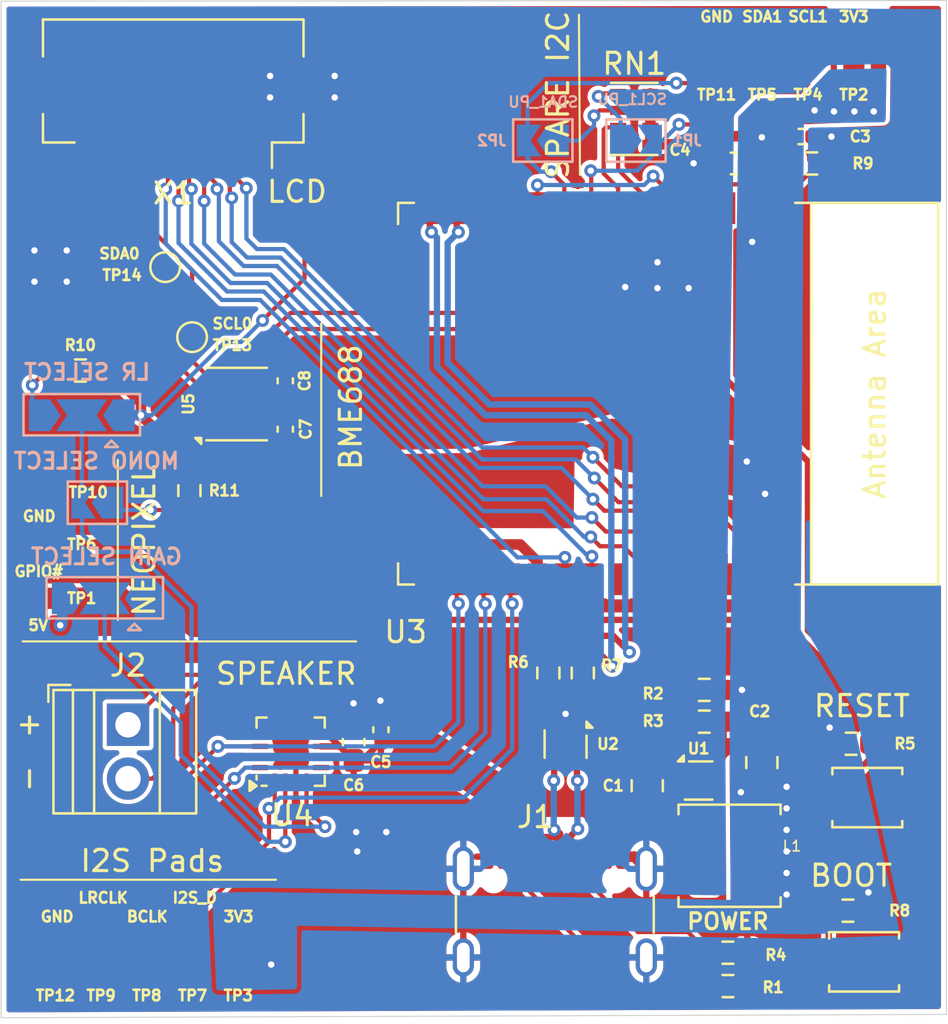
<source format=kicad_pcb>
(kicad_pcb (version 20240108) (generator "pcbnew") (generator_version "8.0")
  (layers (0 "F.Cu" signal) (31 "B.Cu" signal) (34 "B.Paste" user) (35 "F.Paste" user) (36 "B.SilkS" user "B.Silkscreen") (37 "F.SilkS" user "F.Silkscreen") (38 "B.Mask" user) (39 "F.Mask" user) (44 "Edge.Cuts" user))
  (net 0 "")
  (net 1 "VBUS")
  (net 3 "GND")
  (net 4 "Net-(U1-FB)")
  (net 5 "Net-(U1-SW)")
  (net 6 "/USB_D-")
  (net 7 "/D+")
  (net 8 "/USB_D+")
  (net 9 "/D-")
  (net 10 "/MCU_USB_D+")
  (net 11 "/MCU_BOOT")
  (net 12 "+3.3V")
  (net 13 "/MCU_EN")
  (net 14 "/MCU_USB_D-")
  (net 15 "/MAX98357A_I2S/Speaker_P")
  (net 20 "/MAX98357A_I2S/Speaker_N")
  (net 22 "Net-(J1-CC2)")
  (net 24 "Net-(J1-CC1)")
  (net 25 "Net-(U3-GPIO8)")
  (net 26 "GPIO_NP")
  (net 27 "MCU_SCL1")
  (net 28 "MCU_SDA1")
  (net 29 "MCU_SCL0")
  (net 30 "MCU_SDA0")
  (net 31 "MCU_I2S_D")
  (net 32 "MCU_BCLK")
  (net 33 "MCU_LRCLK")
  (net 34 "Net-(JP5-A)")
  (net 35 "Net-(JP1-A)")
  (net 36 "Net-(JP2-A)")
  (net 37 "Net-(JP3-C)")
  (net 38 "Net-(JP3-B)")
  (net 39 "Net-(JP4-C)")
  (net 40 "MCU_DISP_SEL")
  (net 41 "MCU_TD")
  (net 42 "MCU_SCLK")
  (net 43 "MCU_D{slash}C")
  (net 44 "MCU_SD_SEL")
  (net 45 "MCU_DRST")
  (net 46 "MCU_BACKLIGHT")
  (net 47 "MCU_MOSI")
  (net 48 "MCU_MISO")
  (net 49 "/2.8\" TFT display through EYESPI/GPIO2")
  (net 50 "/2.8\" TFT display through EYESPI/MEM_CS")
  (net 51 "/2.8\" TFT display through EYESPI/BUSY")
  (net 52 "/2.8\" TFT display through EYESPI/TSCS")
  (net 53 "/2.8\" TFT display through EYESPI/GPIO1")
  (footprint "Connector_USB:USB_C_Receptacle_GCT_USB4105-xx-A_16P_TopMnt_Horizontal" (layer "F.Cu") (at 151.11008 113.9076)
    (property "Reference" "J1")
    (property "Value" "USB_C_Receptacle_USB2.0_16P" (hide yes))
  )
  (footprint "Capacitor_SMD:C_0402_1005Metric_Pad0.74x0.62mm_HandSolder" (layer "F.Cu") (at 142.9 104.2406 90)
    (property "Reference" "C5")
    (property "Value" "100n" (hide yes))
  )
  (footprint "Connector_Wire:SolderWirePad_1x01_SMD_1x2mm" (layer "F.Cu") (at 131.851 114.8728)
    (property "Reference" "TP8")
    (property "Value" "BCLK" (hide yes))
  )
  (footprint "Capacitor_SMD:C_0402_1005Metric_Pad0.74x0.62mm_HandSolder" (layer "F.Cu") (at 138.3855 90.0686 90)
    (property "Reference" "C7")
    (property "Value" "0.1 µ" (hide yes))
  )
  (footprint "Resistor_SMD:R_0603_1608Metric_Pad0.98x0.95mm_HandSolder" (layer "F.Cu") (at 133.858 92.964 -90)
    (property "Reference" "R11")
    (property "Value" "634k" (hide yes))
  )
  (footprint "Connector_Wire:SolderWirePad_1x01_SMD_1x2mm" (layer "F.Cu") (at 160.909 72.39)
    (property "Reference" "TP5")
    (property "Value" "SDA1" (hide yes))
  )
  (footprint "Capacitor_SMD:C_0603_1608Metric_Pad1.08x0.95mm_HandSolder" (layer "F.Cu") (at 141.615 104.8248 90)
    (property "Reference" "C6")
    (property "Value" "10u" (hide yes))
  )
  (footprint "Resistor_SMD:R_0603_1608Metric_Pad0.98x0.95mm_HandSolder" (layer "F.Cu") (at 158.16568 102.3618 180)
    (property "Reference" "R2")
    (property "Value" "453k" (hide yes))
  )
  (footprint "Resistor_SMD:R_0603_1608Metric_Pad0.98x0.95mm_HandSolder" (layer "F.Cu") (at 159.282 116.332)
    (property "Reference" "R1")
    (property "Value" "5.1k" (hide yes))
  )
  (footprint "Resistor_SMD:R_0603_1608Metric_Pad0.98x0.95mm_HandSolder" (layer "F.Cu") (at 128.7142 87.2998)
    (property "Reference" "R10")
    (property "Value" "210.2k" (hide yes))
  )
  (footprint "Capacitor_SMD:C_0603_1608Metric_Pad1.08x0.95mm_HandSolder" (layer "F.Cu") (at 159.561 77.5348 180)
    (property "Reference" "C4")
    (property "Value" "22u" (hide yes))
  )
  (footprint "Capacitor_SMD:C_0805_2012Metric_Pad1.18x1.45mm_HandSolder" (layer "F.Cu") (at 160.88348 105.7908 90)
    (property "Reference" "C2")
    (property "Value" "22u" (hide yes))
  )
  (footprint "Package_LGA:Bosch_LGA-8_3x3mm_P0.8mm_ClockwisePinNumbering" (layer "F.Cu") (at 136.017 88.881 90)
    (property "Reference" "U5")
    (property "Value" "BME688" (hide yes))
  )
  (footprint "Connector_Wire:SolderWirePad_1x01_SMD_1x2mm" (layer "F.Cu") (at 134.01 114.8728)
    (property "Reference" "TP7")
    (property "Value" "I2S_D" (hide yes))
  )
  (footprint "Resistor_SMD:R_0603_1608Metric_Pad0.98x0.95mm_HandSolder" (layer "F.Cu") (at 158.16568 103.8604)
    (property "Reference" "R3")
    (property "Value" "100k" (hide yes))
  )
  (footprint "Connector_Wire:SolderWirePad_1x01_SMD_1x2mm" (layer "F.Cu") (at 126.746 95.504 90)
    (property "Reference" "TP6")
    (property "Value" "NP" (hide yes))
  )
  (footprint "Button_Switch_SMD:SW_SPST_B3U-1000P" (layer "F.Cu") (at 165.862 107.442 180)
    (property "Reference" "SW1" (hide yes))
    (property "Value" "RST" (hide yes))
  )
  (footprint "Resistor_SMD:R_0603_1608Metric_Pad0.98x0.95mm_HandSolder" (layer "F.Cu") (at 164.9495 112.776 180)
    (property "Reference" "R8")
    (property "Value" "10k" (hide yes))
  )
  (footprint "Connector_Wire:SolderWirePad_1x01_SMD_1x2mm" (layer "F.Cu") (at 129.692 114.8728)
    (property "Reference" "TP9")
    (property "Value" "LRCLK" (hide yes))
  )
  (footprint "Capacitor_SMD:C_0805_2012Metric_Pad1.18x1.45mm_HandSolder" (layer "F.Cu") (at 155.47328 106.883 -90)
    (property "Reference" "C1")
    (property "Value" "4.7u" (hide yes))
  )
  (footprint "PCM_Espressif:ESP32-C6-WROOM-1" (layer "F.Cu") (at 153.46 88.393 -90)
    (property "Reference" "U3")
    (property "Value" "ESP32-C6-WROOM-1" (hide yes))
  )
  (footprint "Resistor_SMD:R_Cat16-4" (layer "F.Cu") (at 154.86 75.4328)
    (property "Reference" "RN1")
    (property "Value" "10k" (hide yes))
  )
  (footprint "Capacitor_SMD:C_0402_1005Metric_Pad0.74x0.62mm_HandSolder" (layer "F.Cu") (at 138.3855 87.7826 90)
    (property "Reference" "C8")
    (property "Value" "0.1 µ" (hide yes))
  )
  (footprint "Package_TO_SOT_SMD:SOT-666" (layer "F.Cu") (at 151.61718 104.916 -90)
    (property "Reference" "U2")
    (property "Value" "USBLC6-2P6" (hide yes))
  )
  (footprint "TerminalBlock:TerminalBlock_Xinya_XY308-2.54-2P_1x02_P2.54mm_Horizontal" (layer "F.Cu") (at 130.96 104.008 -90)
    (property "Reference" "J2")
    (property "Value" "Screw_Terminal_01x02" (hide yes))
  )
  (footprint "Package_TO_SOT_SMD:SOT-563" (layer "F.Cu") (at 157.89968 106.637)
    (property "Reference" "U1")
    (property "Value" "TLV62569DRL" (hide yes))
  )
  (footprint "Button_Switch_SMD:SW_SPST_B3U-1000P" (layer "F.Cu") (at 165.7115 115.189 180)
    (property "Reference" "SW2" (hide yes))
    (property "Value" "BOOT" (hide yes))
  )
  (footprint "Resistor_SMD:R_0603_1608Metric_Pad0.98x0.95mm_HandSolder" (layer "F.Cu") (at 165.1 104.902)
    (property "Reference" "R5")
    (property "Value" "10k" (hide yes))
  )
  (footprint "Connector_Wire:SolderWirePad_1x01_SMD_1x2mm" (layer "F.Cu") (at 136.169 114.8728)
    (property "Reference" "TP3")
    (property "Value" "+3.3V" (hide yes))
  )
  (footprint "Package_DFN_QFN:TQFN-16-1EP_3x3mm_P0.5mm_EP1.23x1.23mm" (layer "F.Cu") (at 138.638 105.2768 90)
    (property "Reference" "U4")
    (property "Value" "MAX98357A" (hide yes))
  )
  (footprint "Connector_Wire:SolderWirePad_1x01_SMD_1x2mm" (layer "F.Cu") (at 127.533 114.8728)
    (property "Reference" "TP12")
    (property "Value" "GND" (hide yes))
  )
  (footprint "Resistor_SMD:R_0603_1608Metric_Pad0.98x0.95mm_HandSolder" (layer "F.Cu") (at 159.282 114.7572)
    (property "Reference" "R4")
    (property "Value" "5.1k" (hide yes))
  )
  (footprint "Resistor_SMD:R_0603_1608Metric_Pad0.98x0.95mm_HandSolder" (layer "F.Cu") (at 150.80528 101.5632 90)
    (property "Reference" "R6")
    (property "Value" "0R")
  )
  (footprint "Capacitor_SMD:C_0402_1005Metric_Pad0.74x0.62mm_HandSolder" (layer "F.Cu") (at 162.736 76.2648)
    (property "Reference" "C3")
    (property "Value" "100n" (hide yes))
  )
  (footprint "Connector_Wire:SolderWirePad_1x01_SMD_1x2mm" (layer "F.Cu") (at 158.75 72.39)
    (property "Reference" "TP11")
    (property "Value" "GND" (hide yes))
  )
  (footprint "Connector_FFC-FPC:Hirose_FH12-18S-0.5SH_1x18-1MP_P0.50mm_Horizontal" (layer "F.Cu") (at 133.096 75.245 180)
    (property "Reference" "X1")
    (property "Value" "EYE_SPI_DISPLAY_FLIP" (hide yes))
  )
  (footprint "Inductor_SMD:L_Coilcraft_XAL4020-XXX" (layer "F.Cu") (at 159.35948 110.185)
    (property "Reference" "L1")
    (property "Value" "1uH" (hide yes))
  )
  (footprint "TestPoint:TestPoint_Pad_D1.0mm" (layer "F.Cu") (at 132.715 82.423)
    (property "Reference" "TP14")
    (property "Value" "SDA0" (hide yes))
  )
  (footprint "Connector_Wire:SolderWirePad_1x01_SMD_1x2mm" (layer "F.Cu") (at 126.746 98.044 90)
    (property "Reference" "TP1")
    (property "Value" "+5V" (hide yes))
  )
  (footprint "Connector_Wire:SolderWirePad_1x01_SMD_1x2mm" (layer "F.Cu") (at 165.227 72.39)
    (property "Reference" "TP2")
    (property "Value" "+3.3V" (hide yes))
  )
  (footprint "Connector_Wire:SolderWirePad_1x01_SMD_1x2mm" (layer "F.Cu") (at 163.068 72.39)
    (property "Reference" "TP4")
    (property "Value" "SCL1" (hide yes))
  )
  (footprint "Resistor_SMD:R_0603_1608Metric_Pad0.98x0.95mm_HandSolder" (layer "F.Cu") (at 163.244 77.5348)
    (property "Reference" "R9")
    (property "Value" "10k" (hide yes))
  )
  (footprint "Resistor_SMD:R_0603_1608Metric_Pad0.98x0.95mm_HandSolder" (layer "F.Cu") (at 152.43088 101.5632 90)
    (property "Reference" "R7")
    (property "Value" "0R")
  )
  (footprint "TestPoint:TestPoint_Pad_D1.0mm" (layer "F.Cu") (at 133.985 85.725)
    (property "Reference" "TP13")
    (property "Value" "SCL0" (hide yes))
  )
  (footprint "Connector_Wire:SolderWirePad_1x01_SMD_1x2mm" (layer "F.Cu") (at 126.796 93.0428 90)
    (property "Reference" "TP10")
    (property "Value" "GND" (hide yes))
  )
  (footprint "Jumper:SolderJumper-2_P1.3mm_Open_TrianglePad1.0x1.5mm" (layer "B.Cu") (at 154.94 76.454)
    (property "Reference" "JP1")
    (property "Value" "PU" (hide yes))
  )
  (footprint "Jumper:SolderJumper-2_P1.3mm_Open_TrianglePad1.0x1.5mm" (layer "B.Cu") (at 150.544 76.454 180)
    (property "Reference" "JP2")
    (property "Value" "PU" (hide yes))
  )
  (footprint "Jumper:SolderJumper-3_P2.0mm_Open_TrianglePad1.0x1.5mm" (layer "B.Cu") (at 129.864 98.044 180)
    (property "Reference" "JP4" (hide yes))
    (property "Value" "GAIN_SEL" (hide yes))
  )
  (footprint "Jumper:SolderJumper-2_P1.3mm_Open_TrianglePad1.0x1.5mm" (layer "B.Cu") (at 129.515 93.5342 180)
    (property "Reference" "JP5" (hide yes))
    (property "Value" "MONO_SEL" (hide yes))
  )
  (footprint "Jumper:SolderJumper-3_P2.0mm_Open_TrianglePad1.0x1.5mm" (layer "B.Cu") (at 128.778 89.408 180)
    (property "Reference" "JP3" (hide yes))
    (property "Value" "LR_SEL" (hide yes))
  )
  (gr_line (start 125.984 100.076) (end 141.732 100.076) (stroke (width 0.1)) (layer "F.SilkS"))
  (gr_line (start 152.2485 70.5161) (end 152.2975 78.0739) (stroke (width 0.1)) (layer "F.SilkS"))
  (gr_line (start 140.081 85.09) (end 140.081 93.218) (stroke (width 0.1)) (layer "F.SilkS"))
  (gr_line (start 130.479 99.0626) (end 130.479 91.5061) (stroke (width 0.1)) (layer "F.SilkS"))
  (gr_line (start 125.882 111.3168) (end 137.947 111.3168) (stroke (width 0.1)) (layer "F.SilkS"))
  (gr_line (start 169.594156 69.85) (end 169.594 117.6668) (stroke (width 0.05)) (layer "Edge.Cuts"))
  (gr_line (start 169.594 117.6668) (end 124.968 117.8249) (stroke (width 0.05)) (layer "Edge.Cuts"))
  (gr_line (start 124.968 69.8811) (end 169.594156 69.85) (stroke (width 0.05)) (layer "Edge.Cuts"))
  (gr_line (start 124.968 117.8249) (end 124.968 69.8811) (stroke (width 0.05)) (layer "Edge.Cuts"))
  (gr_text "LR SELECT" (at 129.032 87.376 0) (layer "B.SilkS") (effects (font (size 0.75 0.75)) (justify mirror)))
  (gr_text "MONO SELECT" (at 129.47 91.567 0) (layer "B.SilkS") (effects (font (size 0.75 0.75)) (justify mirror)))
  (gr_text "GAIN SELECT" (at 129.946 96.0768 0) (layer "B.SilkS") (effects (font (size 0.75 0.75)) (justify mirror)))
  (gr_text "SDA1_PU" (at 152.273 74.93 0) (layer "B.SilkS") (effects (font (size 0.5 0.5) (thickness 0.1)) (justify left bottom mirror)))
  (gr_text "SCL1_PU" (at 156.464 74.803 0) (layer "B.SilkS") (effects (font (size 0.5 0.5) (thickness 0.1)) (justify left bottom mirror)))
  (gr_text "GND" (at 126.771 113.3488 0) (layer "F.SilkS") (effects (font (size 0.5 0.5) (thickness 0.125)) (justify left bottom)))
  (gr_text "I2S_D" (at 132.994 112.4598 0) (layer "F.SilkS") (effects (font (size 0.5 0.5) (thickness 0.125)) (justify left bottom)))
  (gr_text "SDA1" (at 160.909 70.612 0) (layer "F.SilkS") (effects (font (size 0.5 0.5) (thickness 0.125))))
  (gr_text "5V" (at 126.721 99.314 0) (layer "F.SilkS") (effects (font (size 0.5 0.5) (thickness 0.125))))
  (gr_text "SPARE I2C" (at 151.257 74.295 90) (layer "F.SilkS") (effects (font (size 1 1))))
  (gr_text "GPIO#" (at 126.746 96.774 0) (layer "F.SilkS") (effects (font (size 0.5 0.5) (thickness 0.125))))
  (gr_text "GND" (at 126.771 94.1718 0) (layer "F.SilkS") (effects (font (size 0.5 0.5) (thickness 0.125))))
  (gr_text "BME688\n" (at 141.478 89.027 90) (layer "F.SilkS") (effects (font (size 1 1))))
  (gr_text "SDA0" (at 130.556 81.788 0) (layer "F.SilkS") (effects (font (size 0.5 0.5) (thickness 0.125))))
  (gr_text "GND" (at 158.75 70.612 0) (layer "F.SilkS") (effects (font (size 0.5 0.5) (thickness 0.125))))
  (gr_text "POWER" (at 159.282 113.284 0) (layer "F.SilkS") (effects (font (size 0.75 0.75))))
  (gr_text "3V3\n" (at 165.227 70.612 0) (layer "F.SilkS") (effects (font (size 0.5 0.5) (thickness 0.125))))
  (gr_text "SPEAKER" (at 138.43 101.6 0) (layer "F.SilkS") (effects (font (size 1 1))))
  (gr_text "+" (at 126.238 104.013 90) (layer "F.SilkS") (effects (font (size 1 1))))
  (gr_text "BCLK\n" (at 130.835 113.3488 0) (layer "F.SilkS") (effects (font (size 0.5 0.5) (thickness 0.125)) (justify left bottom)))
  (gr_text "BOOT" (at 165.1005 111.125 0) (layer "F.SilkS") (effects (font (size 1 1))))
  (gr_text "-" (at 126.238 106.553 90) (layer "F.SilkS") (effects (font (size 1 1))))
  (gr_text "SCL1" (at 163.068 70.612 0) (layer "F.SilkS") (effects (font (size 0.5 0.5) (thickness 0.125))))
  (gr_text "SCL0" (at 135.89 85.09 0) (layer "F.SilkS") (effects (font (size 0.5 0.5) (thickness 0.125))))
  (gr_text "LCD" (at 138.938 78.867 0) (layer "F.SilkS") (effects (font (size 1 1))))
  (gr_text "3V3" (at 135.407 113.3488 0) (layer "F.SilkS") (effects (font (size 0.5 0.5) (thickness 0.125)) (justify left bottom)))
  (gr_text "RESET" (at 165.608 103.124 0) (layer "F.SilkS") (effects (font (size 1 1))))
  (gr_text "LRCLK" (at 128.549 112.4598 0) (layer "F.SilkS") (effects (font (size 0.5 0.5) (thickness 0.125)) (justify left bottom)))
  (gr_text "NEOPIXEL" (at 131.724 95.3148 90) (layer "F.SilkS") (effects (font (size 1 1))))
  (gr_text "I2S Pads\n" (at 132.105 110.4278 0) (layer "F.SilkS") (effects (font (size 1 1))))
  (segment (start 140.0755 104.5268) (end 140.4545 104.5268) (width 0.3) (layer "F.Cu") (net 1))
  (segment (start 157.7342 107.137) (end 157.14968 107.137) (width 0.2) (layer "F.Cu") (net 1))
  (segment (start 140.9545 105.0268) (end 141.615 105.6873) (width 0.3) (layer "F.Cu") (net 1))
  (segment (start 158.2342 106.637) (end 157.7342 107.137) (width 0.2) (layer "F.Cu") (net 1))
  (segment (start 126.746 99.06) (end 127 99.314) (width 0.5) (layer "F.Cu") (net 1))
  (segment (start 127 99.314) (end 127.762 99.314) (width 0.5) (layer "F.Cu") (net 1))
  (segment (start 141.615 105.6873) (end 142.0208 105.6873) (width 0.3) (layer "F.Cu") (net 1))
  (segment (start 140.0755 105.0268) (end 140.9545 105.0268) (width 0.3) (layer "F.Cu") (net 1))
  (segment (start 126.746 98.044) (end 126.746 99.06) (width 0.5) (layer "F.Cu") (net 1))
  (segment (start 140.4545 104.5268) (end 141.615 105.6873) (width 0.3) (layer "F.Cu") (net 1))
  (segment (start 142.0208 105.6873) (end 142.9 104.8081) (width 0.3) (layer "F.Cu") (net 1))
  (segment (start 158.64968 106.637) (end 158.2342 106.637) (width 0.2) (layer "F.Cu") (net 1))
  (via (at 127.762 99.314) (size 0.6096) (drill 0.3048) (layers "F.Cu" "B.Cu") (net 1))
  (segment (start 127.864 99.212) (end 127.762 99.314) (width 0.5) (layer "B.Cu") (net 1))
  (segment (start 127.864 98.044) (end 127.864 99.212) (width 0.5) (layer "B.Cu") (net 1))
  (segment (start 138.807 73.406) (end 139.246 73.845) (width 0.3) (layer "F.Cu") (net 3))
  (segment (start 138.669 74.422) (end 139.246 73.845) (width 0.3) (layer "F.Cu") (net 3))
  (segment (start 137.668 73.406) (end 138.807 73.406) (width 0.3) (layer "F.Cu") (net 3))
  (segment (start 163.3035 76.2648) (end 164.168364 76.2648) (width 0.3) (layer "F.Cu") (net 3))
  (segment (start 140.716 73.406) (end 139.685 73.406) (width 0.3) (layer "F.Cu") (net 3))
  (segment (start 141.615 103.9623) (end 141.615 103.007) (width 0.3) (layer "F.Cu") (net 3))
  (segment (start 139.823 74.422) (end 139.246 73.845) (width 0.3) (layer "F.Cu") (net 3))
  (segment (start 142.875 102.87) (end 142.875 103.6481) (width 0.3) (layer "F.Cu") (net 3))
  (segment (start 137.668 74.422) (end 138.669 74.422) (width 0.3) (layer "F.Cu") (net 3))
  (segment (start 138.1654 89.281) (end 138.3855 89.5011) (width 0.5) (layer "F.Cu") (net 3))
  (segment (start 137.2045 87.681) (end 137.9196 87.681) (width 0.2) (layer "F.Cu") (net 3))
  (segment (start 137.2045 89.281) (end 138.1654 89.281) (width 0.5) (layer "F.Cu") (net 3))
  (segment (start 154.31008 110.2276) (end 154.85508 110.2276) (width 0.5) (layer "F.Cu") (net 3))
  (segment (start 140.716 74.422) (end 139.823 74.422) (width 0.3) (layer "F.Cu") (net 3))
  (segment (start 154.85508 110.2276) (end 155.43008 110.8026) (width 0.5) (layer "F.Cu") (net 3))
  (segment (start 156.26478 106.637) (end 155.47328 105.8455) (width 0.2) (layer "F.Cu") (net 3))
  (segment (start 151.61718 103.4936) (end 151.61718 103.991) (width 0.2) (layer "F.Cu") (net 3))
  (segment (start 157.14968 106.637) (end 156.26478 106.637) (width 0.2) (layer "F.Cu") (net 3))
  (segment (start 142.875 103.6481) (end 142.9 103.6731) (width 0.3) (layer "F.Cu") (net 3))
  (segment (start 139.685 73.406) (end 139.246 73.845) (width 0.3) (layer "F.Cu") (net 3))
  (segment (start 158.6985 77.5348) (end 157.66795 77.5348) (width 0.3) (layer "F.Cu") (net 3))
  (segment (start 141.615 103.007) (end 141.605 102.997) (width 0.3) (layer "F.Cu") (net 3))
  (segment (start 164.168364 76.2648) (end 164.171 76.267436) (width 0.3) (layer "F.Cu") (net 3))
  (segment (start 157.66795 77.5348) (end 157.661 77.52785) (width 0.3) (layer "F.Cu") (net 3))
  (segment (start 137.9196 87.681) (end 138.3855 87.2151) (width 0.2) (layer "F.Cu") (net 3))
  (via (at 137.668 73.406) (size 0.6096) (drill 0.3048) (layers "F.Cu" "B.Cu") (net 3))
  (via (at 128.0668 81.6356) (size 0.6096) (drill 0.3048) (layers "F.Cu" "B.Cu") (net 3))
  (via (at 164.171 76.267436) (size 0.6096) (drill 0.3048) (layers "F.Cu" "B.Cu") (net 3))
  (via (at 140.716 74.422) (size 0.6096) (drill 0.3048) (layers "F.Cu" "B.Cu") (net 3))
  (via (at 126.5428 81.6356) (size 0.6096) (drill 0.3048) (layers "F.Cu" "B.Cu") (net 3))
  (via (at 155.956 82.1944) (size 0.6096) (drill 0.3048) (layers "F.Cu" "B.Cu") (net 3))
  (via (at 142.875 102.87) (size 0.6096) (drill 0.3048) (layers "F.Cu" "B.Cu") (net 3))
  (via (at 141.605 102.997) (size 0.6096) (drill 0.3048) (layers "F.Cu" "B.Cu") (net 3))
  (via (at 128.0668 83.1088) (size 0.6096) (drill 0.3048) (layers "F.Cu" "B.Cu") (net 3))
  (via (at 137.668 74.422) (size 0.6096) (drill 0.3048) (layers "F.Cu" "B.Cu") (net 3))
  (via (at 154.432 83.3628) (size 0.6096) (drill 0.3048) (layers "F.Cu" "B.Cu") (net 3))
  (via (at 143.1544 109.0676) (size 0.6096) (drill 0.3048) (layers "F.Cu" "B.Cu") (net 3))
  (via (at 141.732 109.0676) (size 0.6096) (drill 0.3048) (layers "F.Cu" "B.Cu") (net 3))
  (via (at 140.716 73.406) (size 0.6096) (drill 0.3048) (layers "F.Cu" "B.Cu") (net 3))
  (via (at 155.956 83.4136) (size 0.6096) (drill 0.3048) (layers "F.Cu" "B.Cu") (net 3))
  (via (at 151.61718 103.4936) (size 0.6096) (drill 0.3048) (layers "F.Cu" "B.Cu") (net 3))
  (via (at 157.4292 83.4136) (size 0.6096) (drill 0.3048) (layers "F.Cu" "B.Cu") (net 3))
  (via (at 157.661 77.52785) (size 0.6096) (drill 0.3048) (layers "F.Cu" "B.Cu") (net 3))
  (via (at 126.5428 83.1088) (size 0.6096) (drill 0.3048) (layers "F.Cu" "B.Cu") (net 3))
  (via (at 141.7828 109.982) (size 0.6096) (drill 0.3048) (layers "F.Cu" "B.Cu") (net 3))
  (segment (start 157.14968 106.137) (end 157.14968 103.9639) (width 0.2) (layer "F.Cu") (net 4))
  (segment (start 157.07538 102.3618) (end 157.07538 103.8604) (width 0.2) (layer "F.Cu") (net 4))
  (segment (start 157.14968 103.9639) (end 157.25318 103.8604) (width 0.2) (layer "F.Cu") (net 4))
  (segment (start 150.80528 102.4757) (end 150.80528 103.7916) (width 0.3) (layer "F.Cu") (net 6))
  (segment (start 150.80528 103.7916) (end 151.07968 104.066) (width 0.3) (layer "F.Cu") (net 6))
  (segment (start 151.6132 111.1526) (end 151.86008 110.90572) (width 0.3) (layer "F.Cu") (net 7))
  (segment (start 150.86008 110.90572) (end 151.10696 111.1526) (width 0.3) (layer "F.Cu") (net 7))
  (segment (start 151.10696 111.1526) (end 151.6132 111.1526) (width 0.3) (layer "F.Cu") (net 7))
  (segment (start 152.1968 108.9152) (end 151.86008 109.25192) (width 0.3) (layer "F.Cu") (net 7))
  (segment (start 152.15468 106.621) (end 152.17688 106.6432) (width 0.3) (layer "F.Cu") (net 7))
  (segment (start 151.86008 109.25192) (end 151.86008 110.2276) (width 0.3) (layer "F.Cu") (net 7))
  (segment (start 150.86008 110.2276) (end 150.86008 110.90572) (width 0.3) (layer "F.Cu") (net 7))
  (segment (start 152.15468 105.766) (end 152.15468 106.621) (width 0.3) (layer "F.Cu") (net 7))
  (segment (start 151.86008 110.90572) (end 151.86008 110.2276) (width 0.3) (layer "F.Cu") (net 7))
  (via (at 152.17688 106.6432) (size 0.6096) (drill 0.3048) (layers "F.Cu" "B.Cu") (net 7))
  (via (at 152.1968 108.9152) (size 0.6096) (drill 0.3048) (layers "F.Cu" "B.Cu") (net 7))
  (segment (start 152.17688 108.89528) (end 152.17688 106.6432) (width 0.3) (layer "B.Cu") (net 7))
  (segment (start 152.1968 108.9152) (end 152.17688 108.89528) (width 0.3) (layer "B.Cu") (net 7))
  (segment (start 152.43088 103.7898) (end 152.15468 104.066) (width 0.3) (layer "F.Cu") (net 8))
  (segment (start 152.43088 102.4757) (end 152.43088 103.7898) (width 0.3) (layer "F.Cu") (net 8))
  (segment (start 151.175446 108.966) (end 151.36008 109.150634) (width 0.3) (layer "F.Cu") (net 9))
  (segment (start 151.07968 105.766) (end 151.07968 106.6228) (width 0.3) (layer "F.Cu") (net 9))
  (segment (start 150.36008 109.54948) (end 150.60696 109.3026) (width 0.3) (layer "F.Cu") (net 9))
  (segment (start 151.36008 109.54948) (end 151.36008 110.2276) (width 0.3) (layer "F.Cu") (net 9))
  (segment (start 150.36008 110.2276) (end 150.36008 109.54948) (width 0.3) (layer "F.Cu") (net 9))
  (segment (start 151.1132 109.3026) (end 151.36008 109.54948) (width 0.3) (layer "F.Cu") (net 9))
  (segment (start 151.07968 106.6228) (end 151.05928 106.6432) (width 0.3) (layer "F.Cu") (net 9))
  (segment (start 151.36008 109.150634) (end 151.36008 110.2276) (width 0.3) (layer "F.Cu") (net 9))
  (segment (start 151.0792 108.966) (end 151.175446 108.966) (width 0.3) (layer "F.Cu") (net 9))
  (segment (start 150.60696 109.3026) (end 151.1132 109.3026) (width 0.3) (layer "F.Cu") (net 9))
  (via (at 151.0792 108.966) (size 0.6096) (drill 0.3048) (layers "F.Cu" "B.Cu") (net 9))
  (via (at 151.05928 106.6432) (size 0.6096) (drill 0.3048) (layers "F.Cu" "B.Cu") (net 9))
  (segment (start 151.05928 108.94608) (end 151.05928 106.6432) (width 0.3) (layer "B.Cu") (net 9))
  (segment (start 151.0792 108.966) (end 151.05928 108.94608) (width 0.3) (layer "B.Cu") (net 9))
  (segment (start 153.2287 100.6507) (end 152.43088 100.6507) (width 0.3) (layer "F.Cu") (net 10))
  (segment (start 145.21 80.694) (end 145.288 80.772) (width 0.3) (layer "F.Cu") (net 10))
  (segment (start 153.8224 101.2444) (end 153.2287 100.6507) (width 0.3) (layer "F.Cu") (net 10))
  (segment (start 145.21 79.643) (end 145.21 80.694) (width 0.3) (layer "F.Cu") (net 10))
  (via (at 153.8224 101.2444) (size 0.6096) (drill 0.3048) (layers "F.Cu" "B.Cu") (net 10))
  (via (at 145.288 80.772) (size 0.6096) (drill 0.3048) (layers "F.Cu" "B.Cu") (net 10))
  (segment (start 153.8224 101.2444) (end 153.7772 101.1992) (width 0.3) (layer "B.Cu") (net 10))
  (segment (start 153.7772 101.1992) (end 153.7772 90.603306) (width 0.3) (layer "B.Cu") (net 10))
  (segment (start 145.542 81.026) (end 145.288 80.772) (width 0.3) (layer "B.Cu") (net 10))
  (segment (start 145.542 87.122) (end 145.542 81.026) (width 0.3) (layer "B.Cu") (net 10))
  (segment (start 147.828 89.408) (end 145.542 87.122) (width 0.3) (layer "B.Cu") (net 10))
  (segment (start 153.7772 90.603306) (end 152.581894 89.408) (width 0.3) (layer "B.Cu") (net 10))
  (segment (start 152.581894 89.408) (end 147.828 89.408) (width 0.3) (layer "B.Cu") (net 10))
  (segment (start 164.037 112.776) (end 164.037 115.1635) (width 0.3) (layer "F.Cu") (net 11))
  (segment (start 146.077 99.06) (end 161.036 99.06) (width 0.3) (layer "F.Cu") (net 11))
  (segment (start 145.21 97.143) (end 145.21 98.193) (width 0.3) (layer "F.Cu") (net 11))
  (segment (start 164.037 115.1635) (end 164.0115 115.189) (width 0.3) (layer "F.Cu") (net 11))
  (segment (start 145.21 98.193) (end 146.077 99.06) (width 0.3) (layer "F.Cu") (net 11))
  (segment (start 163.068 101.092) (end 163.068 111.807) (width 0.3) (layer "F.Cu") (net 11))
  (segment (start 161.036 99.06) (end 163.068 101.092) (width 0.3) (layer "F.Cu") (net 11))
  (segment (start 163.068 111.807) (end 164.037 112.776) (width 0.3) (layer "F.Cu") (net 11))
  (segment (start 137.2045 90.081) (end 136.0045 90.081) (width 0.3) (layer "F.Cu") (net 12))
  (segment (start 129.6267 87.2998) (end 130.0523 87.2998) (width 0.5) (layer "F.Cu") (net 12))
  (segment (start 137.7188 115.316) (end 136.6122 115.316) (width 0.3) (layer "F.Cu") (net 12))
  (segment (start 164.084 104.14) (end 164.084 104.7985) (width 0.3) (layer "F.Cu") (net 12))
  (segment (start 134.8295 89.281) (end 136.266784 89.281) (width 0.3) (layer "F.Cu") (net 12))
  (segment (start 165.227 72.4662) (end 165.227 72.39) (width 0.5) (layer "F.Cu") (net 12))
  (segment (start 137.3354 88.3501) (end 137.2045 88.481) (width 0.3) (layer "F.Cu") (net 12))
  (segment (start 160.52398 107.1878) (end 160.88348 106.8283) (width 0.2) (layer "F.Cu") (net 12))
  (segment (start 160.8328 76.2508) (end 160.8836 76.3016) (width 0.5) (layer "F.Cu") (net 12))
  (segment (start 165.9128 111.9124) (end 165.9128 112.7252) (width 0.3) (layer "F.Cu") (net 12))
  (segment (start 160.4264 79.6666) (end 160.45 79.643) (width 0.5) (layer "F.Cu") (net 12))
  (segment (start 165.9128 112.7252) (end 165.862 112.776) (width 0.3) (layer "F.Cu") (net 12))
  (segment (start 135.2045 89.281) (end 134.8295 89.281) (width 0.3) (layer "F.Cu") (net 12))
  (segment (start 162.1685 76.2648) (end 160.9204 76.2648) (width 0.5) (layer "F.Cu") (net 12))
  (segment (start 157.1996 76.6328) (end 157.5816 76.2508) (width 0.5) (layer "F.Cu") (net 12))
  (segment (start 160.8836 77.0747) (end 160.4235 77.5348) (width 0.5) (layer "F.Cu") (net 12))
  (segment (start 137.066784 88.481) (end 137.2045 88.481) (width 0.3) (layer "F.Cu") (net 12))
  (segment (start 137.346 77.095) (end 137.346 77.595) (width 0.2) (layer "F.Cu") (net 12))
  (segment (start 136.266784 89.281) (end 137.066784 88.481) (width 0.3) (layer "F.Cu") (net 12))
  (segment (start 131.572 88.8195) (end 131.572 89.408) (width 0.5) (layer "F.Cu") (net 12))
  (segment (start 159.94368 102.3618) (end 159.07818 102.3618) (width 0.2) (layer "F.Cu") (net 12))
  (segment (start 164.084 104.7985) (end 164.1875 104.902) (width 0.3) (layer "F.Cu") (net 12))
  (segment (start 160.9204 76.2648) (end 160.8836 76.3016) (width 0.5) (layer "F.Cu") (net 12))
  (segment (start 136.0045 90.081) (end 135.2045 89.281) (width 0.3) (layer "F.Cu") (net 12))
  (segment (start 130.0523 87.2998) (end 131.572 88.8195) (width 0.5) (layer "F.Cu") (net 12))
  (segment (start 160.8836 76.3016) (end 160.8836 77.0747) (width 0.5) (layer "F.Cu") (net 12))
  (segment (start 155.62 76.6328) (end 157.1996 76.6328) (width 0.5) (layer "F.Cu") (net 12))
  (segment (start 136.6122 115.316) (end 136.169 114.8728) (width 0.3) (layer "F.Cu") (net 12))
  (segment (start 160.4264 81.2292) (end 160.4264 79.6666) (width 0.5) (layer "F.Cu") (net 12))
  (segment (start 137.2045 90.081) (end 137.8304 90.081) (width 0.3) (layer "F.Cu") (net 12))
  (segment (start 137.8304 90.081) (end 138.3855 90.6361) (width 0.3) (layer "F.Cu") (net 12))
  (segment (start 131.572 89.408) (end 133.858 91.694) (width 0.5) (layer "F.Cu") (net 12))
  (segment (start 159.89288 107.1878) (end 160.52398 107.1878) (width 0.2) (layer "F.Cu") (net 12))
  (segment (start 155.62 75.0328) (end 155.62 75.8328) (width 0.5) (layer "F.Cu") (net 12))
  (segment (start 160.4235 77.5348) (end 162.3315 77.5348) (width 0.5) (layer "F.Cu") (net 12))
  (segment (start 133.858 91.694) (end 133.858 92.0515) (width 0.5) (layer "F.Cu") (net 12))
  (segment (start 155.62 75.8328) (end 155.62 76.6328) (width 0.5) (layer "F.Cu") (net 12))
  (segment (start 139.2936 79.5426) (end 139.2936 82.9564) (width 0.2) (layer "F.Cu") (net 12))
  (segment (start 137.346 77.595) (end 139.2936 79.5426) (width 0.2) (layer "F.Cu") (net 12))
  (segment (start 138.3855 88.3501) (end 137.3354 88.3501) (width 0.3) (layer "F.Cu") (net 12))
  (segment (start 139.2936 82.9564) (end 137.3124 84.9376) (width 0.2) (layer "F.Cu") (net 12))
  (segment (start 157.5816 76.2508) (end 160.8328 76.2508) (width 0.5) (layer "F.Cu") (net 12))
  (segment (start 155.62 74.2328) (end 155.62 75.0328) (width 0.5) (layer "F.Cu") (net 12))
  (via (at 161.036 93.1164) (size 0.6096) (drill 0.3048) (layers "F.Cu" "B.Cu") (net 12))
  (via (at 166.1668 75.0824) (size 0.6096) (drill 0.3048) (layers "F.Cu" "B.Cu") (net 12))
  (via (at 165.2524 75.0824) (size 0.6096) (drill 0.3048) (layers "F.Cu" "B.Cu") (net 12))
  (via (at 162.052 109.982) (size 0.6096) (drill 0.3048) (layers "F.Cu" "B.Cu") (net 12))
  (via (at 162.052 110.998) (size 0.6096) (drill 0.3048) (layers "F.Cu" "B.Cu") (net 12))
  (via (at 162.052 107.95) (size 0.6096) (drill 0.3048) (layers "F.Cu" "B.Cu") (net 12))
  (via (at 164.084 104.14) (size 0.6096) (drill 0.3048) (layers "F.Cu" "B.Cu") (net 12))
  (via (at 162.052 112.014) (size 0.6096) (drill 0.3048) (layers "F.Cu" "B.Cu") (net 12))
  (via (at 131.572 89.408) (size 0.6096) (drill 0.3048) (layers "F.Cu" "B.Cu") (net 12))
  (via (at 160.1724 91.5924) (size 0.6096) (drill 0.3048) (layers "F.Cu" "B.Cu") (net 12))
  (via (at 162.052 106.934) (size 0.6096) (drill 0.3048) (layers "F.Cu" "B.Cu") (net 12))
  (via (at 163.3728 75.0316) (size 0.6096) (drill 0.3048) (layers "F.Cu" "B.Cu") (net 12))
  (via (at 159.94368 102.3618) (size 0.6096) (drill 0.3048) (layers "F.Cu" "B.Cu") (net 12))
  (via (at 160.8836 76.3016) (size 0.6096) (drill 0.3048) (layers "F.Cu" "B.Cu") (net 12))
  (via (at 159.89288 107.1878) (size 0.6096) (drill 0.3048) (layers "F.Cu" "B.Cu") (net 12))
  (via (at 162.052 108.966) (size 0.6096) (drill 0.3048) (layers "F.Cu" "B.Cu") (net 12))
  (via (at 160.4264 81.2292) (size 0.6096) (drill 0.3048) (layers "F.Cu" "B.Cu") (net 12))
  (via (at 137.7188 115.316) (size 0.6096) (drill 0.3048) (layers "F.Cu" "B.Cu") (net 12))
  (via (at 165.9128 111.9124) (size 0.6096) (drill 0.3048) (layers "F.Cu" "B.Cu") (net 12))
  (via (at 164.2872 75.0824) (size 0.6096) (drill 0.3048) (layers "F.Cu" "B.Cu") (net 12))
  (via (at 137.3124 84.9376) (size 0.6096) (drill 0.3048) (layers "F.Cu" "B.Cu") (net 12))
  (segment (start 137.3124 84.9376) (end 136.2964 85.9536) (width 0.2) (layer "B.Cu") (net 12))
  (segment (start 130.778 89.408) (end 131.572 89.408) (width 0.5) (layer "B.Cu") (net 12))
  (segment (start 132.08 89.408) (end 131.572 89.408) (width 0.2) (layer "B.Cu") (net 12))
  (segment (start 136.2964 85.9536) (end 135.5344 85.9536) (width 0.2) (layer "B.Cu") (net 12))
  (segment (start 135.5344 85.9536) (end 132.08 89.408) (width 0.2) (layer "B.Cu") (net 12))
  (segment (start 166.0125 102.5125) (end 166.0125 104.902) (width 0.3) (layer "F.Cu") (net 13))
  (segment (start 166.0125 105.5915) (end 164.162 107.442) (width 0.3) (layer "F.Cu") (net 13))
  (segment (start 166.0125 104.902) (end 166.0125 105.5915) (width 0.3) (layer "F.Cu") (net 13))
  (segment (start 163.06 91.588) (end 163.06 99.56) (width 0.3) (layer "F.Cu") (net 13))
  (segment (start 159.18 79.643) (end 159.18 87.708) (width 0.3) (layer "F.Cu") (net 13))
  (segment (start 163.06 99.56) (end 166.0125 102.5125) (width 0.3) (layer "F.Cu") (net 13))
  (segment (start 159.18 87.708) (end 163.06 91.588) (width 0.3) (layer "F.Cu") (net 13))
  (segment (start 154.6352 100.584) (end 153.8644 99.8132) (width 0.3) (layer "F.Cu") (net 14))
  (segment (start 151.64278 99.8132) (end 150.80528 100.6507) (width 0.3) (layer "F.Cu") (net 14))
  (segment (start 146.48 79.643) (end 146.48 80.694) (width 0.3) (layer "F.Cu") (net 14))
  (segment (start 146.48 80.694) (end 146.558 80.772) (width 0.3) (layer "F.Cu") (net 14))
  (segment (start 153.8644 99.8132) (end 151.64278 99.8132) (width 0.3) (layer "F.Cu") (net 14))
  (via (at 154.6352 100.584) (size 0.6096) (drill 0.3048) (layers "F.Cu" "B.Cu") (net 14))
  (via (at 146.558 80.772) (size 0.6096) (drill 0.3048) (layers "F.Cu" "B.Cu") (net 14))
  (segment (start 148.027106 88.9) (end 146.05 86.922894) (width 0.3) (layer "B.Cu") (net 14))
  (segment (start 152.781 88.9) (end 148.027106 88.9) (width 0.3) (layer "B.Cu") (net 14))
  (segment (start 146.05 86.922894) (end 146.05 81.28) (width 0.3) (layer "B.Cu") (net 14))
  (segment (start 154.432 90.551) (end 152.781 88.9) (width 0.3) (layer "B.Cu") (net 14))
  (segment (start 154.432 100.3808) (end 154.432 90.551) (width 0.3) (layer "B.Cu") (net 14))
  (segment (start 146.05 81.28) (end 146.558 80.772) (width 0.3) (layer "B.Cu") (net 14))
  (segment (start 154.6352 100.584) (end 154.432 100.3808) (width 0.3) (layer "B.Cu") (net 14))
  (segment (start 139.388 103.8393) (end 139.388 102.2024) (width 0.2) (layer "F.Cu") (net 15))
  (segment (start 139.388 102.2024) (end 138.8364 101.6508) (width 0.2) (layer "F.Cu") (net 15))
  (segment (start 133.3172 101.6508) (end 130.96 104.008) (width 0.2) (layer "F.Cu") (net 15))
  (segment (start 138.8364 101.6508) (end 133.3172 101.6508) (width 0.2) (layer "F.Cu") (net 15))
  (segment (start 138.888 103.8393) (end 138.888 102.877686) (width 0.2) (layer "F.Cu") (net 20))
  (segment (start 133.096 103.2256) (end 133.096 105.5624) (width 0.2) (layer "F.Cu") (net 20))
  (segment (start 133.096 105.5624) (end 132.1104 106.548) (width 0.2) (layer "F.Cu") (net 20))
  (segment (start 138.061114 102.0508) (end 134.2708 102.0508) (width 0.2) (layer "F.Cu") (net 20))
  (segment (start 134.2708 102.0508) (end 133.096 103.2256) (width 0.2) (layer "F.Cu") (net 20))
  (segment (start 138.888 102.877686) (end 138.061114 102.0508) (width 0.2) (layer "F.Cu") (net 20))
  (segment (start 132.1104 106.548) (end 130.96 106.548) (width 0.2) (layer "F.Cu") (net 20))
  (segment (start 152.86008 111.61048) (end 155.0322 113.7826) (width 0.2) (layer "F.Cu") (net 22))
  (segment (start 157.3949 113.7826) (end 158.3695 114.7572) (width 0.2) (layer "F.Cu") (net 22))
  (segment (start 152.86008 110.2276) (end 152.86008 111.61048) (width 0.2) (layer "F.Cu") (net 22))
  (segment (start 155.0322 113.7826) (end 157.3949 113.7826) (width 0.2) (layer "F.Cu") (net 22))
  (segment (start 154.3812 116.332) (end 158.3695 116.332) (width 0.2) (layer "F.Cu") (net 24))
  (segment (start 149.86008 111.81088) (end 154.3812 116.332) (width 0.2) (layer "F.Cu") (net 24))
  (segment (start 149.86008 110.2276) (end 149.86008 111.81088) (width 0.2) (layer "F.Cu") (net 24))
  (segment (start 155.7528 78.1304) (end 156.140398 78.517998) (width 0.2) (layer "F.Cu") (net 25))
  (segment (start 156.140398 78.517998) (end 162.602524 78.517998) (width 0.2) (layer "F.Cu") (net 25))
  (segment (start 163.585722 77.5348) (end 164.1565 77.5348) (width 0.2) (layer "F.Cu") (net 25))
  (segment (start 150.29 79.643) (end 150.29 78.5508) (width 0.2) (layer "F.Cu") (net 25))
  (segment (start 162.602524 78.517998) (end 163.585722 77.5348) (width 0.2) (layer "F.Cu") (net 25))
  (via (at 150.29 78.5508) (size 0.6096) (drill 0.3048) (layers "F.Cu" "B.Cu") (net 25))
  (via (at 155.7528 78.1304) (size 0.6096) (drill 0.3048) (layers "F.Cu" "B.Cu") (net 25))
  (segment (start 155.3324 78.5508) (end 150.29 78.5508) (width 0.2) (layer "B.Cu") (net 25))
  (segment (start 155.7528 78.1304) (end 155.3324 78.5508) (width 0.2) (layer "B.Cu") (net 25))
  (segment (start 149.481 95.504) (end 150.29 96.313) (width 0.5) (layer "F.Cu") (net 26))
  (segment (start 150.29 96.313) (end 150.29 97.143) (width 0.5) (layer "F.Cu") (net 26))
  (segment (start 126.746 95.504) (end 149.481 95.504) (width 0.5) (layer "F.Cu") (net 26))
  (segment (start 160.4264 74.168) (end 162.687 74.168) (width 0.2) (layer "F.Cu") (net 27))
  (segment (start 163.068 73.787) (end 163.068 72.39) (width 0.2) (layer "F.Cu") (net 27))
  (segment (start 158.9024 75.692) (end 160.4264 74.168) (width 0.2) (layer "F.Cu") (net 27))
  (segment (start 162.687 74.168) (end 163.068 73.787) (width 0.2) (layer "F.Cu") (net 27))
  (segment (start 152.83 77.9) (end 152.83 79.643) (width 0.2) (layer "F.Cu") (net 27))
  (segment (start 152.8064 77.8764) (end 152.83 77.9) (width 0.2) (layer "F.Cu") (net 27))
  (segment (start 152.83 79.643) (end 152.957 79.516) (width 0.2) (layer "F.Cu") (net 27))
  (segment (start 156.972 75.692) (end 158.9024 75.692) (width 0.2) (layer "F.Cu") (net 27))
  (via (at 152.8064 77.8764) (size 0.6096) (drill 0.3048) (layers "F.Cu" "B.Cu") (net 27))
  (via (at 156.972 75.692) (size 0.6096) (drill 0.3048) (layers "F.Cu" "B.Cu") (net 27))
  (segment (start 156.21 76.454) (end 156.972 75.692) (width 0.2) (layer "B.Cu") (net 27))
  (segment (start 155.665 77.209) (end 155.665 76.454) (width 0.2) (layer "B.Cu") (net 27))
  (segment (start 152.8064 77.8764) (end 154.9976 77.8764) (width 0.2) (layer "B.Cu") (net 27))
  (segment (start 154.9976 77.8764) (end 155.665 77.209) (width 0.2) (layer "B.Cu") (net 27))
  (segment (start 155.665 76.454) (end 156.21 76.454) (width 0.2) (layer "B.Cu") (net 27))
  (segment (start 160.909 73.533) (end 160.909 72.39) (width 0.2) (layer "F.Cu") (net 28))
  (segment (start 156.845 73.7438) (end 160.6982 73.7438) (width 0.2) (layer "F.Cu") (net 28))
  (segment (start 160.6982 73.7438) (end 160.909 73.533) (width 0.2) (layer "F.Cu") (net 28))
  (segment (start 151.56 79.643) (end 151.56 78.5508) (width 0.2) (layer "F.Cu") (net 28))
  (segment (start 151.56 78.5508) (end 150.9316 77.9224) (width 0.2) (layer "F.Cu") (net 28))
  (via (at 156.845 73.7438) (size 0.6096) (drill 0.3048) (layers "F.Cu" "B.Cu") (net 28))
  (via (at 150.9316 77.9224) (size 0.6096) (drill 0.3048) (layers "F.Cu" "B.Cu") (net 28))
  (segment (start 150.9316 77.9224) (end 150.4394 77.9224) (width 0.2) (layer "B.Cu") (net 28))
  (segment (start 156.845 73.7438) (end 150.7922 73.7438) (width 0.2) (layer "B.Cu") (net 28))
  (segment (start 150.7922 73.7438) (end 149.819 74.717) (width 0.2) (layer "B.Cu") (net 28))
  (segment (start 149.819 77.302) (end 149.819 76.454) (width 0.2) (layer "B.Cu") (net 28))
  (segment (start 149.819 74.717) (end 149.819 76.454) (width 0.2) (layer "B.Cu") (net 28))
  (segment (start 150.4394 77.9224) (end 149.819 77.302) (width 0.2) (layer "B.Cu") (net 28))
  (segment (start 153.416 75.9368) (end 153.416 78.009) (width 0.2) (layer "F.Cu") (net 29))
  (segment (start 138.6332 84.582) (end 150.368 84.582) (width 0.2) (layer "F.Cu") (net 29))
  (segment (start 133.985 82.561629) (end 133.985 85.725) (width 0.2) (layer "F.Cu") (net 29))
  (segment (start 135.5342 87.681) (end 138.6332 84.582) (width 0.2) (layer "F.Cu") (net 29))
  (segment (start 131.346 79.922629) (end 133.985 82.561629) (width 0.2) (layer "F.Cu") (net 29))
  (segment (start 154.1 75.8328) (end 153.52 75.8328) (width 0.2) (layer "F.Cu") (net 29))
  (segment (start 133.985 85.725) (end 133.985 86.8365) (width 0.2) (layer "F.Cu") (net 29))
  (segment (start 133.985 86.8365) (end 134.8295 87.681) (width 0.2) (layer "F.Cu") (net 29))
  (segment (start 150.368 84.582) (end 154.1 80.85) (width 0.2) (layer "F.Cu") (net 29))
  (segment (start 134.8295 87.681) (end 135.5342 87.681) (width 0.2) (layer "F.Cu") (net 29))
  (segment (start 154.1 80.85) (end 154.1 79.643) (width 0.2) (layer "F.Cu") (net 29))
  (segment (start 154.1 78.693) (end 154.1 79.643) (width 0.2) (layer "F.Cu") (net 29))
  (segment (start 153.416 78.009) (end 154.1 78.693) (width 0.2) (layer "F.Cu") (net 29))
  (segment (start 153.52 75.8328) (end 153.416 75.9368) (width 0.2) (layer "F.Cu") (net 29))
  (segment (start 131.346 77.095) (end 131.346 79.922629) (width 0.2) (layer "F.Cu") (net 29))
  (segment (start 154.1 77.8248) (end 155.37 79.0948) (width 0.2) (layer "F.Cu") (net 30))
  (segment (start 130.846 80.554) (end 132.715 82.423) (width 0.2) (layer "F.Cu") (net 30))
  (segment (start 135.537494 88.481) (end 138.674494 85.344) (width 0.2) (layer "F.Cu") (net 30))
  (segment (start 150.619 85.344) (end 155.37 80.593) (width 0.2) (layer "F.Cu") (net 30))
  (segment (start 132.715 86.433506) (end 134.762494 88.481) (width 0.2) (layer "F.Cu") (net 30))
  (segment (start 155.37 79.0948) (end 155.37 79.643) (width 0.2) (layer "F.Cu") (net 30))
  (segment (start 132.715 82.423) (end 132.715 86.433506) (width 0.2) (layer "F.Cu") (net 30))
  (segment (start 130.846 77.095) (end 130.846 80.554) (width 0.2) (layer "F.Cu") (net 30))
  (segment (start 138.674494 85.344) (end 150.619 85.344) (width 0.2) (layer "F.Cu") (net 30))
  (segment (start 154.1 76.6328) (end 154.1 77.8248) (width 0.2) (layer "F.Cu") (net 30))
  (segment (start 155.37 80.593) (end 155.37 79.643) (width 0.2) (layer "F.Cu") (net 30))
  (segment (start 134.762494 88.481) (end 134.8295 88.481) (width 0.2) (layer "F.Cu") (net 30))
  (segment (start 134.8295 88.481) (end 135.537494 88.481) (width 0.2) (layer "F.Cu") (net 30))
  (segment (start 137.888 106.7143) (end 137.888 107.6792) (width 0.2) (layer "F.Cu") (net 31))
  (segment (start 149.02 98.22) (end 149.098 98.298) (width 0.2) (layer "F.Cu") (net 31))
  (segment (start 137.888 107.6792) (end 137.6172 107.95) (width 0.2) (layer "F.Cu") (net 31))
  (segment (start 137.6172 107.95) (end 137.6172 109.5248) (width 0.2) (layer "F.Cu") (net 31))
  (segment (start 134.01 113.132) (end 134.01 114.8728) (width 0.2) (layer "F.Cu") (net 31))
  (segment (start 137.6172 109.5248) (end 134.01 113.132) (width 0.2) (layer "F.Cu") (net 31))
  (segment (start 149.02 97.143) (end 149.02 98.22) (width 0.2) (layer "F.Cu") (net 31))
  (via (at 137.6172 107.95) (size 0.6096) (drill 0.3048) (layers "F.Cu" "B.Cu") (net 31))
  (via (at 149.098 98.298) (size 0.6096) (drill 0.3048) (layers "F.Cu" "B.Cu") (net 31))
  (segment (start 146.812 107.442) (end 149.098 105.156) (width 0.2) (layer "B.Cu") (net 31))
  (segment (start 137.6172 107.95) (end 138.1252 107.442) (width 0.2) (layer "B.Cu") (net 31))
  (segment (start 138.1252 107.442) (end 146.812 107.442) (width 0.2) (layer "B.Cu") (net 31))
  (segment (start 149.098 105.156) (end 149.098 98.298) (width 0.2) (layer "B.Cu") (net 31))
  (segment (start 147.75 97.143) (end 147.75 98.22) (width 0.2) (layer "F.Cu") (net 32))
  (segment (start 135.984016 106.535184) (end 136.4924 106.0268) (width 0.2) (layer "F.Cu") (net 32))
  (segment (start 135.984016 106.535184) (end 131.851 110.6682) (width 0.2) (layer "F.Cu") (net 32))
  (segment (start 131.851 110.6682) (end 131.851 114.8728) (width 0.2) (layer "F.Cu") (net 32))
  (segment (start 147.75 98.22) (end 147.828 98.298) (width 0.2) (layer "F.Cu") (net 32))
  (segment (start 136.4924 106.0268) (end 137.2005 106.0268) (width 0.2) (layer "F.Cu") (net 32))
  (via (at 147.828 98.298) (size 0.6096) (drill 0.3048) (layers "F.Cu" "B.Cu") (net 32))
  (via (at 135.984016 106.535184) (size 0.6096) (drill 0.3048) (layers "F.Cu" "B.Cu") (net 32))
  (segment (start 136.4924 106.0268) (end 146.1952 106.0268) (width 0.2) (layer "B.Cu") (net 32))
  (segment (start 146.1952 106.0268) (end 147.828 104.394) (width 0.2) (layer "B.Cu") (net 32))
  (segment (start 147.828 104.394) (end 147.828 98.298) (width 0.2) (layer "B.Cu") (net 32))
  (segment (start 135.984016 106.535184) (end 136.4924 106.0268) (width 0.2) (layer "B.Cu") (net 32))
  (segment (start 146.48 98.22) (end 146.558 98.298) (width 0.2) (layer "F.Cu") (net 33))
  (segment (start 137.2005 105.0268) (end 135.2064 105.0268) (width 0.2) (layer "F.Cu") (net 33))
  (segment (start 135.2064 105.0268) (end 129.692 110.5412) (width 0.2) (layer "F.Cu") (net 33))
  (segment (start 129.692 110.5412) (end 129.692 114.8728) (width 0.2) (layer "F.Cu") (net 33))
  (segment (start 146.48 97.143) (end 146.48 98.22) (width 0.2) (layer "F.Cu") (net 33))
  (via (at 135.2064 105.0268) (size 0.6096) (drill 0.3048) (layers "F.Cu" "B.Cu") (net 33))
  (via (at 146.558 98.298) (size 0.6096) (drill 0.3048) (layers "F.Cu" "B.Cu") (net 33))
  (segment (start 146.558 103.886) (end 146.558 98.298) (width 0.2) (layer "B.Cu") (net 33))
  (segment (start 145.4172 105.0268) (end 146.558 103.886) (width 0.2) (layer "B.Cu") (net 33))
  (segment (start 135.2064 105.0268) (end 145.4172 105.0268) (width 0.2) (layer "B.Cu") (net 33))
  (segment (start 133.8561 93.8784) (end 133.858 93.8765) (width 0.2) (layer "F.Cu") (net 34))
  (segment (start 132.0292 93.8784) (end 133.8561 93.8784) (width 0.2) (layer "F.Cu") (net 34))
  (via (at 132.0292 93.8784) (size 0.6096) (drill 0.3048) (layers "F.Cu" "B.Cu") (net 34))
  (segment (start 130.5842 93.8784) (end 130.24 93.5342) (width 0.2) (layer "B.Cu") (net 34))
  (segment (start 132.0292 93.8784) (end 130.5842 93.8784) (width 0.2) (layer "B.Cu") (net 34))
  (segment (start 153.162 74.3712) (end 153.3004 74.2328) (width 0.2) (layer "F.Cu") (net 35))
  (segment (start 153.3004 74.2328) (end 154.1 74.2328) (width 0.2) (layer "F.Cu") (net 35))
  (via (at 153.162 74.3712) (size 0.6096) (drill 0.3048) (layers "F.Cu" "B.Cu") (net 35))
  (segment (start 153.162 74.3712) (end 154.215 75.4242) (width 0.2) (layer "B.Cu") (net 35))
  (segment (start 154.215 75.4242) (end 154.215 76.454) (width 0.2) (layer "B.Cu") (net 35))
  (segment (start 153.2116 75.0328) (end 154.1 75.0328) (width 0.2) (layer "F.Cu") (net 36))
  (segment (start 152.9588 75.2856) (end 153.2116 75.0328) (width 0.2) (layer "F.Cu") (net 36))
  (via (at 152.9588 75.2856) (size 0.6096) (drill 0.3048) (layers "F.Cu" "B.Cu") (net 36))
  (segment (start 152.2598 76.454) (end 151.269 76.454) (width 0.2) (layer "B.Cu") (net 36))
  (segment (start 152.9588 75.2856) (end 152.9588 75.755) (width 0.2) (layer "B.Cu") (net 36))
  (segment (start 152.9588 75.755) (end 152.2598 76.454) (width 0.2) (layer "B.Cu") (net 36))
  (segment (start 139.388 107.9428) (end 139.388 106.7143) (width 0.2) (layer "F.Cu") (net 37))
  (segment (start 140.2588 108.8136) (end 139.388 107.9428) (width 0.2) (layer "F.Cu") (net 37))
  (via (at 140.2588 108.8136) (size 0.6096) (drill 0.3048) (layers "F.Cu" "B.Cu") (net 37))
  (segment (start 133.9596 105.366086) (end 133.9596 98.458264) (width 0.2) (layer "B.Cu") (net 37))
  (segment (start 129.6416 95.8596) (end 128.79 95.008) (width 0.2) (layer "B.Cu") (net 37))
  (segment (start 128.778 93.5222) (end 128.79 93.5342) (width 0.2) (layer "B.Cu") (net 37))
  (segment (start 128.778 89.408) (end 128.778 93.5222) (width 0.2) (layer "B.Cu") (net 37))
  (segment (start 137.407114 108.8136) (end 133.9596 105.366086) (width 0.2) (layer "B.Cu") (net 37))
  (segment (start 128.79 95.008) (end 128.79 93.5342) (width 0.2) (layer "B.Cu") (net 37))
  (segment (start 140.2588 108.8136) (end 137.407114 108.8136) (width 0.2) (layer "B.Cu") (net 37))
  (segment (start 131.360936 95.8596) (end 129.6416 95.8596) (width 0.2) (layer "B.Cu") (net 37))
  (segment (start 133.9596 98.458264) (end 131.360936 95.8596) (width 0.2) (layer "B.Cu") (net 37))
  (segment (start 127.127 87.2998) (end 126.4412 87.9856) (width 0.2) (layer "F.Cu") (net 38))
  (segment (start 127.8017 87.2998) (end 127.127 87.2998) (width 0.2) (layer "F.Cu") (net 38))
  (via (at 126.4412 87.9856) (size 0.6096) (drill 0.3048) (layers "F.Cu" "B.Cu") (net 38))
  (segment (start 126.4412 87.9856) (end 126.4412 89.0712) (width 0.2) (layer "B.Cu") (net 38))
  (segment (start 126.4412 89.0712) (end 126.778 89.408) (width 0.2) (layer "B.Cu") (net 38))
  (segment (start 138.388 109.5248) (end 138.388 106.7143) (width 0.2) (layer "F.Cu") (net 39))
  (via (at 138.388 109.5248) (size 0.6096) (drill 0.3048) (layers "F.Cu" "B.Cu") (net 39))
  (segment (start 133.4516 105.423772) (end 137.552628 109.5248) (width 0.2) (layer "B.Cu") (net 39))
  (segment (start 137.552628 109.5248) (end 138.388 109.5248) (width 0.2) (layer "B.Cu") (net 39))
  (segment (start 129.864 100.312) (end 133.4516 103.8996) (width 0.2) (layer "B.Cu") (net 39))
  (segment (start 133.4516 103.8996) (end 133.4516 105.423772) (width 0.2) (layer "B.Cu") (net 39))
  (segment (start 129.864 98.044) (end 129.864 100.312) (width 0.2) (layer "B.Cu") (net 39))
  (segment (start 152.8572 96.0628) (end 152.8572 97.1158) (width 0.2) (layer "F.Cu") (net 40))
  (segment (start 152.8572 97.1158) (end 152.83 97.143) (width 0.2) (layer "F.Cu") (net 40))
  (segment (start 133.346 79.2988) (end 133.346 77.095) (width 0.2) (layer "F.Cu") (net 40))
  (via (at 133.346 79.2988) (size 0.6096) (drill 0.3048) (layers "F.Cu" "B.Cu") (net 40))
  (via (at 152.8572 96.0628) (size 0.6096) (drill 0.3048) (layers "F.Cu" "B.Cu") (net 40))
  (segment (start 137.368203 83.5724) (end 147.725003 93.9292) (width 0.2) (layer "B.Cu") (net 40))
  (segment (start 150.546422 93.9292) (end 152.680022 96.0628) (width 0.2) (layer "B.Cu") (net 40))
  (segment (start 147.725003 93.9292) (end 150.546422 93.9292) (width 0.2) (layer "B.Cu") (net 40))
  (segment (start 152.8064 96.012) (end 152.8572 96.0628) (width 0.2) (layer "B.Cu") (net 40))
  (segment (start 135.634117 83.5724) (end 137.368203 83.5724) (width 0.2) (layer "B.Cu") (net 40))
  (segment (start 133.346 81.284283) (end 135.634117 83.5724) (width 0.2) (layer "B.Cu") (net 40))
  (segment (start 133.346 79.2988) (end 133.346 81.284283) (width 0.2) (layer "B.Cu") (net 40))
  (segment (start 152.680022 96.0628) (end 152.8572 96.0628) (width 0.2) (layer "B.Cu") (net 40))
  (segment (start 130.346 76.145) (end 134.355 72.136) (width 0.2) (layer "F.Cu") (net 41))
  (segment (start 149.098 77.978) (end 149.098 79.565) (width 0.2) (layer "F.Cu") (net 41))
  (segment (start 134.355 72.136) (end 143.256 72.136) (width 0.2) (layer "F.Cu") (net 41))
  (segment (start 143.256 72.136) (end 149.098 77.978) (width 0.2) (layer "F.Cu") (net 41))
  (segment (start 149.098 79.565) (end 149.02 79.643) (width 0.3) (layer "F.Cu") (net 41))
  (segment (start 130.346 77.095) (end 130.346 76.145) (width 0.2) (layer "F.Cu") (net 41))
  (segment (start 154.2796 92.7608) (end 157.48 92.7608) (width 0.2) (layer "F.Cu") (net 42))
  (segment (start 152.908 91.3892) (end 154.2796 92.7608) (width 0.2) (layer "F.Cu") (net 42))
  (segment (start 160.45 95.7308) (end 160.45 97.143) (width 0.2) (layer "F.Cu") (net 42))
  (segment (start 135.846 77.996292) (end 135.846 77.095) (width 0.2) (layer "F.Cu") (net 42))
  (segment (start 157.48 92.7608) (end 160.45 95.7308) (width 0.2) (layer "F.Cu") (net 42))
  (segment (start 136.544654 78.694946) (end 135.846 77.996292) (width 0.2) (layer "F.Cu") (net 42))
  (via (at 136.544654 78.694946) (size 0.6096) (drill 0.3048) (layers "F.Cu" "B.Cu") (net 42))
  (via (at 152.908 91.3892) (size 0.6096) (drill 0.3048) (layers "F.Cu" "B.Cu") (net 42))
  (segment (start 137.046 81.5724) (end 138.322886 81.5724) (width 0.2) (layer "B.Cu") (net 42))
  (segment (start 138.322886 81.5724) (end 138.5572 81.806715) (width 0.2) (layer "B.Cu") (net 42))
  (segment (start 136.5504 78.700692) (end 136.5504 81.0768) (width 0.2) (layer "B.Cu") (net 42))
  (segment (start 136.544654 78.694946) (end 136.5504 78.700692) (width 0.2) (layer "B.Cu") (net 42))
  (segment (start 136.5504 81.0768) (end 137.046 81.5724) (width 0.2) (layer "B.Cu") (net 42))
  (segment (start 138.5572 81.806715) (end 147.682486 90.932) (width 0.2) (layer "B.Cu") (net 42))
  (segment (start 152.4508 90.932) (end 152.908 91.3892) (width 0.2) (layer "B.Cu") (net 42))
  (segment (start 147.682486 90.932) (end 152.4508 90.932) (width 0.2) (layer "B.Cu") (net 42))
  (segment (start 152.8572 94.234) (end 153.516322 94.893122) (width 0.2) (layer "F.Cu") (net 43))
  (segment (start 134.346 77.095) (end 134.346 78.279883) (width 0.2) (layer "F.Cu") (net 43))
  (segment (start 155.395922 94.893122) (end 156.64 96.1372) (width 0.2) (layer "F.Cu") (net 43))
  (segment (start 134.5556 78.489483) (end 134.5556 79.307986) (width 0.2) (layer "F.Cu") (net 43))
  (segment (start 156.64 96.1372) (end 156.64 97.143) (width 0.2) (layer "F.Cu") (net 43))
  (segment (start 153.516322 94.893122) (end 155.395922 94.893122) (width 0.2) (layer "F.Cu") (net 43))
  (segment (start 134.346 78.279883) (end 134.5556 78.489483) (width 0.2) (layer "F.Cu") (net 43))
  (via (at 152.8572 94.234) (size 0.6096) (drill 0.3048) (layers "F.Cu" "B.Cu") (net 43))
  (via (at 134.5556 79.307986) (size 0.6096) (drill 0.3048) (layers "F.Cu" "B.Cu") (net 43))
  (segment (start 134.5556 81.3172) (end 136.0108 82.7724) (width 0.2) (layer "B.Cu") (net 43))
  (segment (start 152.146 94.234) (end 152.8572 94.234) (width 0.2) (layer "B.Cu") (net 43))
  (segment (start 147.687975 92.7608) (end 150.6728 92.7608) (width 0.2) (layer "B.Cu") (net 43))
  (segment (start 150.6728 92.7608) (end 152.146 94.234) (width 0.2) (layer "B.Cu") (net 43))
  (segment (start 134.5556 79.307986) (end 134.5556 81.3172) (width 0.2) (layer "B.Cu") (net 43))
  (segment (start 136.0108 82.7724) (end 137.699575 82.7724) (width 0.2) (layer "B.Cu") (net 43))
  (segment (start 137.699575 82.7724) (end 147.687975 92.7608) (width 0.2) (layer "B.Cu") (net 43))
  (segment (start 151.5872 97.1158) (end 151.56 97.143) (width 0.2) (layer "F.Cu") (net 44))
  (segment (start 132.7412 78.74) (end 132.846 78.6352) (width 0.2) (layer "F.Cu") (net 44))
  (segment (start 132.846 78.6352) (end 132.846 77.095) (width 0.2) (layer "F.Cu") (net 44))
  (segment (start 151.5872 96.1136) (end 151.5872 97.1158) (width 0.2) (layer "F.Cu") (net 44))
  (via (at 151.5872 96.1136) (size 0.6096) (drill 0.3048) (layers "F.Cu" "B.Cu") (net 44))
  (via (at 132.7412 78.74) (size 0.6096) (drill 0.3048) (layers "F.Cu" "B.Cu") (net 44))
  (segment (start 149.343717 96.1136) (end 151.5872 96.1136) (width 0.2) (layer "B.Cu") (net 44))
  (segment (start 132.7404 81.322517) (end 135.390283 83.9724) (width 0.2) (layer "B.Cu") (net 44))
  (segment (start 137.202517 83.9724) (end 149.343717 96.1136) (width 0.2) (layer "B.Cu") (net 44))
  (segment (start 132.7404 78.7408) (end 132.7404 81.322517) (width 0.2) (layer "B.Cu") (net 44))
  (segment (start 135.390283 83.9724) (end 137.202517 83.9724) (width 0.2) (layer "B.Cu") (net 44))
  (segment (start 132.7412 78.74) (end 132.7404 78.7408) (width 0.2) (layer "B.Cu") (net 44))
  (segment (start 152.8064 95.1484) (end 153.2458 95.5878) (width 0.2) (layer "F.Cu") (net 45))
  (segment (start 153.2458 95.5878) (end 154.3448 95.5878) (width 0.2) (layer "F.Cu") (net 45))
  (segment (start 133.846 78.6352) (end 133.846 77.095) (width 0.2) (layer "F.Cu") (net 45))
  (segment (start 133.9508 78.74) (end 133.846 78.6352) (width 0.2) (layer "F.Cu") (net 45))
  (segment (start 155.37 96.613) (end 155.37 97.143) (width 0.2) (layer "F.Cu") (net 45))
  (segment (start 154.3448 95.5878) (end 155.37 96.613) (width 0.2) (layer "F.Cu") (net 45))
  (via (at 133.9508 78.74) (size 0.6096) (drill 0.3048) (layers "F.Cu" "B.Cu") (net 45))
  (via (at 152.8064 95.1484) (size 0.6096) (drill 0.3048) (layers "F.Cu" "B.Cu") (net 45))
  (segment (start 152.492803 95.1484) (end 152.8064 95.1484) (width 0.2) (layer "B.Cu") (net 45))
  (segment (start 133.9508 81.323397) (end 135.799803 83.1724) (width 0.2) (layer "B.Cu") (net 45))
  (segment (start 133.9508 78.74) (end 133.9508 81.323397) (width 0.2) (layer "B.Cu") (net 45))
  (segment (start 150.714803 93.3704) (end 152.492803 95.1484) (width 0.2) (layer "B.Cu") (net 45))
  (segment (start 147.731889 93.3704) (end 150.714803 93.3704) (width 0.2) (layer "B.Cu") (net 45))
  (segment (start 137.533889 83.1724) (end 147.731889 93.3704) (width 0.2) (layer "B.Cu") (net 45))
  (segment (start 135.799803 83.1724) (end 137.533889 83.1724) (width 0.2) (layer "B.Cu") (net 45))
  (segment (start 136.846 76.26) (end 137.668 75.438) (width 0.2) (layer "F.Cu") (net 46))
  (segment (start 145.034 75.438) (end 147.75 78.154) (width 0.2) (layer "F.Cu") (net 46))
  (segment (start 136.846 77.095) (end 136.846 76.26) (width 0.2) (layer "F.Cu") (net 46))
  (segment (start 137.668 75.438) (end 145.034 75.438) (width 0.2) (layer "F.Cu") (net 46))
  (segment (start 147.75 78.154) (end 147.75 79.643) (width 0.2) (layer "F.Cu") (net 46))
  (segment (start 156.70537 93.51017) (end 159.18 95.9848) (width 0.2) (layer "F.Cu") (net 47))
  (segment (start 152.973176 92.367999) (end 154.115347 93.51017) (width 0.2) (layer "F.Cu") (net 47))
  (segment (start 135.346 78.068231) (end 135.346 77.095) (width 0.2) (layer "F.Cu") (net 47))
  (segment (start 159.18 95.9848) (end 159.18 97.143) (width 0.2) (layer "F.Cu") (net 47))
  (segment (start 135.853783 79.077048) (end 135.7652 78.988465) (width 0.2) (layer "F.Cu") (net 47))
  (segment (start 135.853783 79.155891) (end 135.853783 79.077048) (width 0.2) (layer "F.Cu") (net 47))
  (segment (start 135.7652 78.988465) (end 135.7652 78.487431) (width 0.2) (layer "F.Cu") (net 47))
  (segment (start 135.7652 78.487431) (end 135.346 78.068231) (width 0.2) (layer "F.Cu") (net 47))
  (segment (start 154.115347 93.51017) (end 156.70537 93.51017) (width 0.2) (layer "F.Cu") (net 47))
  (via (at 135.853783 79.155891) (size 0.6096) (drill 0.3048) (layers "F.Cu" "B.Cu") (net 47))
  (via (at 152.973176 92.367999) (size 0.6096) (drill 0.3048) (layers "F.Cu" "B.Cu") (net 47))
  (segment (start 135.853783 79.155891) (end 135.853783 81.243783) (width 0.2) (layer "B.Cu") (net 47))
  (segment (start 138.1572 81.9724) (end 147.6756 91.4908) (width 0.2) (layer "B.Cu") (net 47))
  (segment (start 152.095977 91.4908) (end 152.973176 92.367999) (width 0.2) (layer "B.Cu") (net 47))
  (segment (start 135.853783 81.243783) (end 136.5824 81.9724) (width 0.2) (layer "B.Cu") (net 47))
  (segment (start 136.5824 81.9724) (end 138.1572 81.9724) (width 0.2) (layer "B.Cu") (net 47))
  (segment (start 147.6756 91.4908) (end 152.095977 91.4908) (width 0.2) (layer "B.Cu") (net 47))
  (segment (start 134.846 77.095) (end 134.846 78.214197) (width 0.2) (layer "F.Cu") (net 48))
  (segment (start 135.1604 78.528597) (end 135.1604 78.737948) (width 0.2) (layer "F.Cu") (net 48))
  (segment (start 134.846 78.214197) (end 135.1604 78.528597) (width 0.2) (layer "F.Cu") (net 48))
  (segment (start 157.91 96.2388) (end 157.91 97.143) (width 0.2) (layer "F.Cu") (net 48))
  (segment (start 152.908 93.3704) (end 153.44777 93.91017) (width 0.2) (layer "F.Cu") (net 48))
  (segment (start 155.58137 93.91017) (end 157.91 96.2388) (width 0.2) (layer "F.Cu") (net 48))
  (segment (start 153.44777 93.91017) (end 155.58137 93.91017) (width 0.2) (layer "F.Cu") (net 48))
  (via (at 135.1604 78.737948) (size 0.6096) (drill 0.3048) (layers "F.Cu" "B.Cu") (net 48))
  (via (at 152.908 93.3704) (size 0.6096) (drill 0.3048) (layers "F.Cu" "B.Cu") (net 48))
  (segment (start 147.509914 91.8908) (end 151.4284 91.8908) (width 0.2) (layer "B.Cu") (net 48))
  (segment (start 135.1604 78.737948) (end 135.248983 78.649365) (width 0.2) (layer "B.Cu") (net 48))
  (segment (start 137.991514 82.3724) (end 147.509914 91.8908) (width 0.2) (layer "B.Cu") (net 48))
  (segment (start 135.248983 78.649365) (end 135.248983 81.204669) (width 0.2) (layer "B.Cu") (net 48))
  (segment (start 135.248983 81.204669) (end 136.416714 82.3724) (width 0.2) (layer "B.Cu") (net 48))
  (segment (start 136.416714 82.3724) (end 137.991514 82.3724) (width 0.2) (layer "B.Cu") (net 48))
  (segment (start 151.4284 91.8908) (end 152.908 93.3704) (width 0.2) (layer "B.Cu") (net 48))
  (zone (net 1) (net_name "VBUS") (layer "F.Cu") (priority 2) (connect_pads (clearance 0.1)) (min_thickness 0.25) (fill yes (thermal_gap 0.3) (thermal_bridge_width 0.3))
    (polygon (pts (xy 141.224 105.156) (xy 141.224 106.934) (xy 146.558 106.934) (xy 148.46288 108.153) (xy 149.68208 106.9846) (xy 145.542 104.394) (xy 145.542 101.6) (xy 142.748 100.076) (xy 133.811814 100.076) (xy 130.815894 97.536) (xy 127.254 97.536) (xy 127.254 99.822) (xy 131.318 99.822) (xy 133.096 101.092) (xy 142.494 101.092) (xy 144.272 102.108) (xy 144.272 103.632) (xy 143.51 104.394) (xy 142.748 104.394)))
  )
  (zone (net 3) (net_name "GND") (layer "F.Cu") (priority 1) (connect_pads (clearance 0.1)) (min_thickness 0.25) (fill yes (thermal_gap 0.3) (thermal_bridge_width 0.3))
    (polygon (pts (xy 124.916999 69.964574) (xy 124.916999 118.021374) (xy 169.671799 117.818174) (xy 169.671799 69.862974)))
  )
  (zone (net 12) (net_name "+3.3V") (layer "F.Cu") (priority 4) (connect_pads (clearance 0.1)) (min_thickness 0.25) (fill yes (thermal_gap 0.3) (thermal_bridge_width 0.3))
    (polygon (pts (xy 159.766 76.708) (xy 159.766 75.3364) (xy 160.6296 74.4728) (xy 162.814 74.422) (xy 164.1348 73.1012) (xy 164.1348 70.358) (xy 166.7764 70.358) (xy 166.7256 75.5396) (xy 162.7632 75.692) (xy 162.7632 76.708)))
  )
  (zone (net 1) (net_name "VBUS") (layer "F.Cu") (priority 1) (connect_pads yes (clearance 0.1)) (min_thickness 0.1) (fill yes (thermal_gap 0.25) (thermal_bridge_width 0.25))
    (polygon (pts (xy 153.77148 110.6422) (xy 153.79688 109.5246) (xy 156.43848 108.7626) (xy 156.79408 107.5942) (xy 157.20048 107.391) (xy 157.45448 107.2894) (xy 157.45448 106.9846) (xy 152.07528 106.9988) (xy 151.71968 106.5416) (xy 151.71968 105.5764) (xy 151.51648 105.5764) (xy 151.51648 106.5416) (xy 151.11008 106.9846) (xy 149.68208 106.9846) (xy 149.027757 107.61166) (xy 148.46288 108.153) (xy 148.46288 110.5914) (xy 148.97088 110.5914) (xy 148.97088 109.0674) (xy 149.68208 108.3562) (xy 152.42528 108.3562) (xy 153.23808 109.0674) (xy 153.23808 110.6422)))
  )
  (zone (net 12) (net_name "+3.3V") (layer "F.Cu") (priority 5) (connect_pads (clearance 0.1)) (min_thickness 0.25) (fill yes (thermal_gap 0.3) (thermal_bridge_width 0.3))
    (polygon (pts (xy 159.3596 105.6132) (xy 162.4584 105.5624) (xy 162.6108 112.7252) (xy 159.4104 112.6744)))
  )
  (zone (net 5) (net_name "Net-(U1-SW)") (layer "F.Cu") (priority 1) (connect_pads yes (clearance 0.2)) (min_thickness 0.25) (fill yes (thermal_gap 0.5) (thermal_bridge_width 0.5))
    (polygon (pts (xy 157.60688 108.407) (xy 157.60688 111.963) (xy 158.77528 111.963) (xy 158.77528 108.407) (xy 159.08008 107.2386) (xy 159.08008 106.9846) (xy 158.26728 106.9846) (xy 158.26728 107.2386)))
  )
  (zone (net 12) (net_name "+3.3V") (layer "F.Cu") (priority 6) (connect_pads (clearance 0.1)) (min_thickness 0.25) (fill yes (thermal_gap 0.3) (thermal_bridge_width 0.3))
    (polygon (pts (xy 159.766 93.2688) (xy 161.544 94.1324) (xy 161.6456 91.2876) (xy 153.8224 89.5604) (xy 147.0152 91.186) (xy 142.3162 91.263165) (xy 139.8524 91.44) (xy 139.8016 90.1192) (xy 137.8712 90.1192) (xy 137.8204 91.3384) (xy 133.096 91.2368) (xy 133.096 93.1672) (xy 134.9248 93.1164) (xy 134.874 94.6912) (xy 151.9936 94.742) (xy 152.0444 91.4908)))
  )
  (zone (net 12) (net_name "+3.3V") (layer "B.Cu") (priority 3) (connect_pads (clearance 0.1)) (min_thickness 0.25) (fill yes (thermal_gap 0.5) (thermal_bridge_width 0.5))
    (polygon (pts (xy 137.465009 111.899943) (xy 134.9248 111.9124) (xy 135.128 116.5352) (xy 138.938 116.4844) (xy 138.938 113.4872) (xy 162.9156 113.8936) (xy 167.386 113.7412) (xy 165.1508 103.5812) (xy 162.7124 99.5172) (xy 162.7632 93.726) (xy 162.8648 75.6412) (xy 166.7256 75.5904) (xy 166.7764 73.0504) (xy 164.084 73.1012) (xy 162.814 74.422) (xy 160.6296 74.4728) (xy 159.766 75.3364) (xy 159.766 75.9968) (xy 159.3596 103.6828) (xy 159.4104 112.2172) (xy 159.4104 112.268)))
  )
  (zone (net 3) (net_name "GND") (layer "B.Cu") (connect_pads (clearance 0.1)) (min_thickness 0.25) (fill yes (thermal_gap 0.3) (thermal_bridge_width 0.3))
    (polygon (pts (xy 125.018786 70.004827) (xy 125.018786 118.061627) (xy 169.671986 117.858427) (xy 169.671986 70.258827)))
  )
)
</source>
